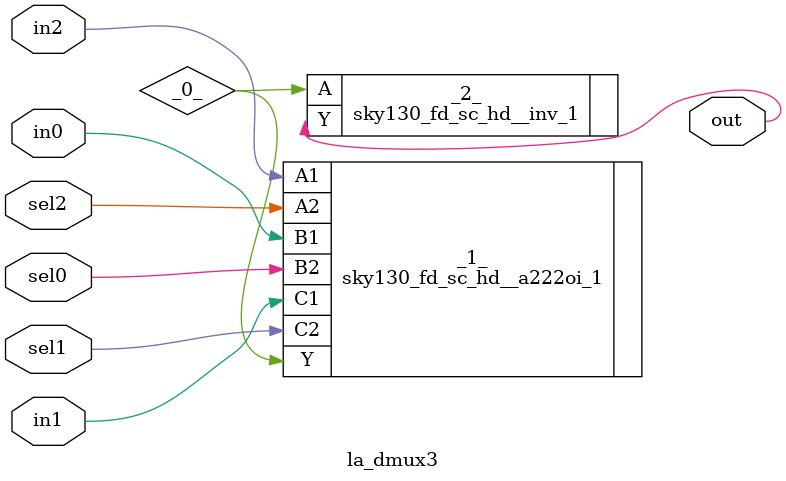
<source format=v>

/* Generated by Yosys 0.44 (git sha1 80ba43d26, g++ 11.4.0-1ubuntu1~22.04 -fPIC -O3) */

(* top =  1  *)
(* src = "generated" *)
module la_dmux3 (
    sel0,
    sel1,
    sel2,
    in0,
    in1,
    in2,
    out
);
  wire _0_;
  (* src = "generated" *)
  input in0;
  wire in0;
  (* src = "generated" *)
  input in1;
  wire in1;
  (* src = "generated" *)
  input in2;
  wire in2;
  (* src = "generated" *)
  output out;
  wire out;
  (* src = "generated" *)
  input sel0;
  wire sel0;
  (* src = "generated" *)
  input sel1;
  wire sel1;
  (* src = "generated" *)
  input sel2;
  wire sel2;
  sky130_fd_sc_hd__a222oi_1 _1_ (
      .A1(in2),
      .A2(sel2),
      .B1(in0),
      .B2(sel0),
      .C1(in1),
      .C2(sel1),
      .Y (_0_)
  );
  sky130_fd_sc_hd__inv_1 _2_ (
      .A(_0_),
      .Y(out)
  );
endmodule

</source>
